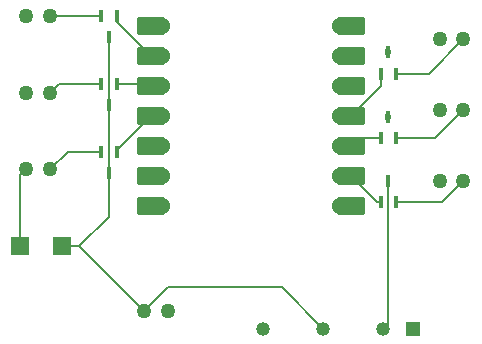
<source format=gtl>
%TF.GenerationSoftware,KiCad,Pcbnew,9.0.0*%
%TF.CreationDate,2025-11-02T14:52:08-05:00*%
%TF.ProjectId,OlfactoryDisplay_main_v2,4f6c6661-6374-46f7-9279-446973706c61,rev?*%
%TF.SameCoordinates,Original*%
%TF.FileFunction,Copper,L1,Top*%
%TF.FilePolarity,Positive*%
%FSLAX46Y46*%
G04 Gerber Fmt 4.6, Leading zero omitted, Abs format (unit mm)*
G04 Created by KiCad (PCBNEW 9.0.0) date 2025-11-02 14:52:08*
%MOMM*%
%LPD*%
G01*
G04 APERTURE LIST*
G04 Aperture macros list*
%AMRoundRect*
0 Rectangle with rounded corners*
0 $1 Rounding radius*
0 $2 $3 $4 $5 $6 $7 $8 $9 X,Y pos of 4 corners*
0 Add a 4 corners polygon primitive as box body*
4,1,4,$2,$3,$4,$5,$6,$7,$8,$9,$2,$3,0*
0 Add four circle primitives for the rounded corners*
1,1,$1+$1,$2,$3*
1,1,$1+$1,$4,$5*
1,1,$1+$1,$6,$7*
1,1,$1+$1,$8,$9*
0 Add four rect primitives between the rounded corners*
20,1,$1+$1,$2,$3,$4,$5,0*
20,1,$1+$1,$4,$5,$6,$7,0*
20,1,$1+$1,$6,$7,$8,$9,0*
20,1,$1+$1,$8,$9,$2,$3,0*%
G04 Aperture macros list end*
%TA.AperFunction,ComponentPad*%
%ADD10C,1.270000*%
%TD*%
%TA.AperFunction,SMDPad,CuDef*%
%ADD11R,0.457200X1.117600*%
%TD*%
%TA.AperFunction,SMDPad,CuDef*%
%ADD12RoundRect,0.152400X1.063600X0.609600X-1.063600X0.609600X-1.063600X-0.609600X1.063600X-0.609600X0*%
%TD*%
%TA.AperFunction,ComponentPad*%
%ADD13C,1.524000*%
%TD*%
%TA.AperFunction,SMDPad,CuDef*%
%ADD14RoundRect,0.152400X-1.063600X-0.609600X1.063600X-0.609600X1.063600X0.609600X-1.063600X0.609600X0*%
%TD*%
%TA.AperFunction,SMDPad,CuDef*%
%ADD15R,1.500000X1.500000*%
%TD*%
%TA.AperFunction,ComponentPad*%
%ADD16R,1.180000X1.180000*%
%TD*%
%TA.AperFunction,ComponentPad*%
%ADD17C,1.180000*%
%TD*%
%TA.AperFunction,ViaPad*%
%ADD18C,0.600000*%
%TD*%
%TA.AperFunction,Conductor*%
%ADD19C,0.200000*%
%TD*%
G04 APERTURE END LIST*
D10*
%TO.P,J3,1,1*%
%TO.N,Atomizer 3 Out*%
X124000000Y-92818500D03*
%TO.P,J3,2,2*%
%TO.N,GND*%
X121999999Y-92818500D03*
%TD*%
D11*
%TO.P,U2,1,G*%
%TO.N,Net-(U2-G)*%
X94649999Y-96318500D03*
%TO.P,U2,2,D*%
%TO.N,5V Fan Out*%
X93350001Y-96318500D03*
%TO.P,U2,3,S*%
%TO.N,Battery 1 In*%
X94000000Y-98121900D03*
%TD*%
D10*
%TO.P,J2,1,1*%
%TO.N,Atomizer 2 Out*%
X89000001Y-91318500D03*
%TO.P,J2,2,2*%
%TO.N,GND*%
X87000000Y-91318500D03*
%TD*%
D11*
%TO.P,U1,1,G*%
%TO.N,Net-(U1-G)*%
X117000001Y-100621900D03*
%TO.P,U1,2,D*%
%TO.N,12V Fan Out*%
X118299999Y-100621900D03*
%TO.P,U1,3,S*%
%TO.N,Converter Out*%
X117650000Y-98818500D03*
%TD*%
D12*
%TO.P,U7,1,PA02_A0_D0*%
%TO.N,unconnected-(U7-PA02_A0_D0-Pad1)*%
X97545000Y-85698500D03*
D13*
X98380000Y-85698500D03*
D12*
%TO.P,U7,2,PA4_A1_D1*%
%TO.N,Net-(U3-G)*%
X97545000Y-88238500D03*
D13*
X98380000Y-88238500D03*
D12*
%TO.P,U7,3,PA10_A2_D2*%
%TO.N,Net-(U4-G)*%
X97545000Y-90778500D03*
D13*
X98380000Y-90778500D03*
D12*
%TO.P,U7,4,PA11_A3_D3*%
%TO.N,Net-(U2-G)*%
X97545000Y-93318500D03*
D13*
X98380000Y-93318500D03*
D12*
%TO.P,U7,5,PA8_A4_D4_SDA*%
%TO.N,unconnected-(U7-PA8_A4_D4_SDA-Pad5)*%
X97545000Y-95858500D03*
D13*
X98380000Y-95858500D03*
D12*
%TO.P,U7,6,PA9_A5_D5_SCL*%
%TO.N,unconnected-(U7-PA9_A5_D5_SCL-Pad6)*%
X97545000Y-98398500D03*
D13*
X98380000Y-98398500D03*
D12*
%TO.P,U7,7,PB08_A6_D6_TX*%
%TO.N,unconnected-(U7-PB08_A6_D6_TX-Pad7)*%
X97545000Y-100938500D03*
D13*
X98380000Y-100938500D03*
%TO.P,U7,8,PB09_A7_D7_RX*%
%TO.N,unconnected-(U7-PB09_A7_D7_RX-Pad8)*%
X113620000Y-100938500D03*
D14*
X114455000Y-100938500D03*
D13*
%TO.P,U7,9,PA7_A8_D8_SCK*%
%TO.N,Net-(U1-G)*%
X113620000Y-98398500D03*
D14*
X114455000Y-98398500D03*
D13*
%TO.P,U7,10,PA5_A9_D9_MISO*%
%TO.N,Net-(U5-G)*%
X113620000Y-95858500D03*
D14*
X114455000Y-95858500D03*
D13*
%TO.P,U7,11,PA6_A10_D10_MOSI*%
%TO.N,Net-(U6-G)*%
X113620000Y-93318500D03*
D14*
X114455000Y-93318500D03*
D13*
%TO.P,U7,12,3V3*%
%TO.N,unconnected-(U7-3V3-Pad12)*%
X113620000Y-90778500D03*
D14*
X114455000Y-90778500D03*
D13*
%TO.P,U7,13,GND*%
%TO.N,GND*%
X113620000Y-88238500D03*
D14*
X114455000Y-88238500D03*
D13*
%TO.P,U7,14,5V*%
%TO.N,unconnected-(U7-5V-Pad14)*%
X113620000Y-85698500D03*
D14*
X114455000Y-85698500D03*
%TD*%
D10*
%TO.P,J9,1,1*%
%TO.N,5V Fan Out*%
X89000001Y-97818500D03*
%TO.P,J9,2,2*%
%TO.N,GND*%
X87000000Y-97818500D03*
%TD*%
D15*
%TO.P,TP3,1,1*%
%TO.N,GND*%
X86500000Y-104318500D03*
%TD*%
D10*
%TO.P,J4,1,1*%
%TO.N,Atomizer 4 Out*%
X124000000Y-86818500D03*
%TO.P,J4,2,2*%
%TO.N,GND*%
X121999999Y-86818500D03*
%TD*%
D11*
%TO.P,U3,1,G*%
%TO.N,Net-(U3-G)*%
X94649999Y-84818500D03*
%TO.P,U3,2,D*%
%TO.N,Atomizer 1 Out*%
X93350001Y-84818500D03*
%TO.P,U3,3,S*%
%TO.N,Battery 1 In*%
X94000000Y-86621900D03*
%TD*%
%TO.P,U5,1,G*%
%TO.N,Net-(U5-G)*%
X117000001Y-95171050D03*
%TO.P,U5,2,D*%
%TO.N,Atomizer 3 Out*%
X118299999Y-95171050D03*
%TO.P,U5,3,S*%
%TO.N,Battery 1 In*%
X117650000Y-93367650D03*
%TD*%
%TO.P,U4,1,G*%
%TO.N,Net-(U4-G)*%
X94649999Y-90568500D03*
%TO.P,U4,2,D*%
%TO.N,Atomizer 2 Out*%
X93350001Y-90568500D03*
%TO.P,U4,3,S*%
%TO.N,Battery 1 In*%
X94000000Y-92371900D03*
%TD*%
D10*
%TO.P,J1,1,1*%
%TO.N,Atomizer 1 Out*%
X89000001Y-84818500D03*
%TO.P,J1,2,2*%
%TO.N,GND*%
X87000000Y-84818500D03*
%TD*%
%TO.P,J7,1,1*%
%TO.N,Battery 1 In*%
X96999999Y-109818500D03*
%TO.P,J7,2,2*%
%TO.N,GND*%
X99000000Y-109818500D03*
%TD*%
%TO.P,J5,1,1*%
%TO.N,12V Fan Out*%
X124000000Y-98818500D03*
%TO.P,J5,2,2*%
%TO.N,GND*%
X121999999Y-98818500D03*
%TD*%
D16*
%TO.P,PS1,1,+VIN*%
%TO.N,GND*%
X119750000Y-111318500D03*
D17*
%TO.P,PS1,2,-VIN*%
%TO.N,Converter Out*%
X117210000Y-111318500D03*
%TO.P,PS1,4,-VOUT*%
%TO.N,Battery 1 In*%
X112130000Y-111318500D03*
%TO.P,PS1,6,+VOUT*%
%TO.N,GND*%
X107050000Y-111318500D03*
%TD*%
D15*
%TO.P,TP2,1,1*%
%TO.N,Battery 1 In*%
X90000000Y-104318500D03*
%TD*%
D11*
%TO.P,U6,1,G*%
%TO.N,Net-(U6-G)*%
X117000001Y-89720200D03*
%TO.P,U6,2,D*%
%TO.N,Atomizer 4 Out*%
X118299999Y-89720200D03*
%TO.P,U6,3,S*%
%TO.N,Battery 1 In*%
X117650000Y-87916800D03*
%TD*%
D18*
%TO.N,Battery 1 In*%
X117650000Y-93367650D03*
X117650000Y-87916800D03*
%TD*%
D19*
%TO.N,5V Fan Out*%
X93350001Y-96318500D02*
X90500001Y-96318500D01*
X90500001Y-96318500D02*
X89000001Y-97818500D01*
%TO.N,Atomizer 1 Out*%
X93350001Y-84818500D02*
X89000001Y-84818500D01*
%TO.N,Net-(U1-G)*%
X116678400Y-100621900D02*
X114455000Y-98398500D01*
X117000001Y-100621900D02*
X116678400Y-100621900D01*
%TO.N,12V Fan Out*%
X118299999Y-100621900D02*
X122196600Y-100621900D01*
X122196600Y-100621900D02*
X124000000Y-98818500D01*
%TO.N,Atomizer 2 Out*%
X89750001Y-90568500D02*
X89000001Y-91318500D01*
X93350001Y-90568500D02*
X89750001Y-90568500D01*
%TO.N,Atomizer 3 Out*%
X121647450Y-95171050D02*
X124000000Y-92818500D01*
X118299999Y-95171050D02*
X121647450Y-95171050D01*
%TO.N,Net-(U2-G)*%
X94649999Y-96213501D02*
X97545000Y-93318500D01*
X94649999Y-96318500D02*
X94649999Y-96213501D01*
%TO.N,Net-(U3-G)*%
X94649999Y-84818500D02*
X94649999Y-85343499D01*
X94649999Y-85343499D02*
X97545000Y-88238500D01*
%TO.N,Atomizer 4 Out*%
X121098300Y-89720200D02*
X124000000Y-86818500D01*
X118299999Y-89720200D02*
X121098300Y-89720200D01*
%TO.N,Net-(U4-G)*%
X97335000Y-90568500D02*
X97545000Y-90778500D01*
X94649999Y-90568500D02*
X97335000Y-90568500D01*
%TO.N,Net-(U5-G)*%
X117000001Y-95171050D02*
X115142450Y-95171050D01*
X115142450Y-95171050D02*
X114455000Y-95858500D01*
%TO.N,Net-(U6-G)*%
X117000001Y-89720200D02*
X117000001Y-90773499D01*
X117000001Y-90773499D02*
X114455000Y-93318500D01*
%TO.N,GND*%
X86500000Y-98318500D02*
X87000000Y-97818500D01*
X86500000Y-104318500D02*
X86500000Y-98318500D01*
%TO.N,Battery 1 In*%
X94000000Y-86621900D02*
X94000000Y-92371900D01*
X96999999Y-109818500D02*
X91499999Y-104318500D01*
X94000000Y-98121900D02*
X94000000Y-92371900D01*
X94000000Y-101818500D02*
X94000000Y-98121900D01*
X91499999Y-104318500D02*
X91500000Y-104318500D01*
X99000000Y-107818500D02*
X96999999Y-109818500D01*
X108630000Y-107818500D02*
X99000000Y-107818500D01*
X91500000Y-104318500D02*
X94000000Y-101818500D01*
X91500000Y-104318500D02*
X90000000Y-104318500D01*
X112130000Y-111318500D02*
X108630000Y-107818500D01*
%TO.N,Converter Out*%
X117210000Y-111318500D02*
X117650000Y-110878500D01*
X117650000Y-110878500D02*
X117650000Y-98818500D01*
%TD*%
M02*

</source>
